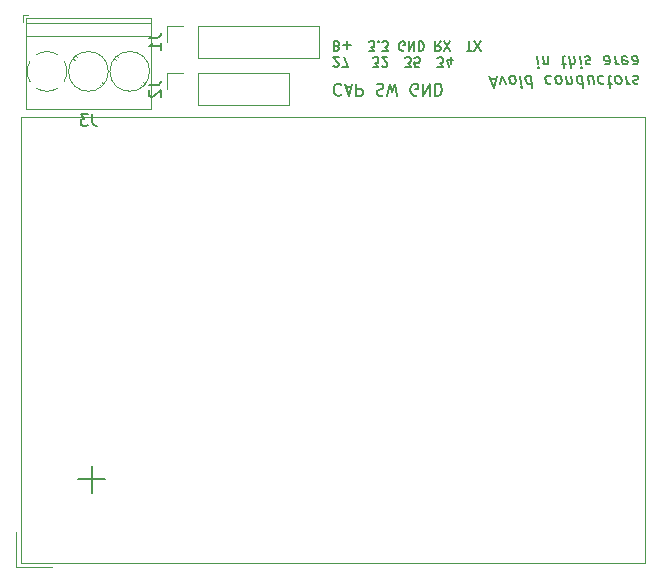
<source format=gbr>
%TF.GenerationSoftware,KiCad,Pcbnew,5.1.10*%
%TF.CreationDate,2021-06-08T01:23:06+10:00*%
%TF.ProjectId,mail-to-telegram,6d61696c-2d74-46f2-9d74-656c65677261,v1.0*%
%TF.SameCoordinates,Original*%
%TF.FileFunction,Legend,Bot*%
%TF.FilePolarity,Positive*%
%FSLAX46Y46*%
G04 Gerber Fmt 4.6, Leading zero omitted, Abs format (unit mm)*
G04 Created by KiCad (PCBNEW 5.1.10) date 2021-06-08 01:23:06*
%MOMM*%
%LPD*%
G01*
G04 APERTURE LIST*
%ADD10C,0.150000*%
%ADD11C,0.120000*%
G04 APERTURE END LIST*
D10*
X146749880Y-77536904D02*
X146787976Y-77575000D01*
X146864166Y-77613095D01*
X147054642Y-77613095D01*
X147130833Y-77575000D01*
X147168928Y-77536904D01*
X147207023Y-77460714D01*
X147207023Y-77384523D01*
X147168928Y-77270238D01*
X146711785Y-76813095D01*
X147207023Y-76813095D01*
X147473690Y-77613095D02*
X148007023Y-77613095D01*
X147664166Y-76813095D01*
X150064166Y-77613095D02*
X150559404Y-77613095D01*
X150292738Y-77308333D01*
X150407023Y-77308333D01*
X150483214Y-77270238D01*
X150521309Y-77232142D01*
X150559404Y-77155952D01*
X150559404Y-76965476D01*
X150521309Y-76889285D01*
X150483214Y-76851190D01*
X150407023Y-76813095D01*
X150178452Y-76813095D01*
X150102261Y-76851190D01*
X150064166Y-76889285D01*
X150864166Y-77536904D02*
X150902261Y-77575000D01*
X150978452Y-77613095D01*
X151168928Y-77613095D01*
X151245119Y-77575000D01*
X151283214Y-77536904D01*
X151321309Y-77460714D01*
X151321309Y-77384523D01*
X151283214Y-77270238D01*
X150826071Y-76813095D01*
X151321309Y-76813095D01*
X152807023Y-77613095D02*
X153302261Y-77613095D01*
X153035595Y-77308333D01*
X153149880Y-77308333D01*
X153226071Y-77270238D01*
X153264166Y-77232142D01*
X153302261Y-77155952D01*
X153302261Y-76965476D01*
X153264166Y-76889285D01*
X153226071Y-76851190D01*
X153149880Y-76813095D01*
X152921309Y-76813095D01*
X152845119Y-76851190D01*
X152807023Y-76889285D01*
X154026071Y-77613095D02*
X153645119Y-77613095D01*
X153607023Y-77232142D01*
X153645119Y-77270238D01*
X153721309Y-77308333D01*
X153911785Y-77308333D01*
X153987976Y-77270238D01*
X154026071Y-77232142D01*
X154064166Y-77155952D01*
X154064166Y-76965476D01*
X154026071Y-76889285D01*
X153987976Y-76851190D01*
X153911785Y-76813095D01*
X153721309Y-76813095D01*
X153645119Y-76851190D01*
X153607023Y-76889285D01*
X155549880Y-77613095D02*
X156045119Y-77613095D01*
X155778452Y-77308333D01*
X155892738Y-77308333D01*
X155968928Y-77270238D01*
X156007023Y-77232142D01*
X156045119Y-77155952D01*
X156045119Y-76965476D01*
X156007023Y-76889285D01*
X155968928Y-76851190D01*
X155892738Y-76813095D01*
X155664166Y-76813095D01*
X155587976Y-76851190D01*
X155549880Y-76889285D01*
X156730833Y-77346428D02*
X156730833Y-76813095D01*
X156540357Y-77651190D02*
X156349880Y-77079761D01*
X156845119Y-77079761D01*
X147054642Y-75882142D02*
X147168928Y-75844047D01*
X147207023Y-75805952D01*
X147245119Y-75729761D01*
X147245119Y-75615476D01*
X147207023Y-75539285D01*
X147168928Y-75501190D01*
X147092738Y-75463095D01*
X146787976Y-75463095D01*
X146787976Y-76263095D01*
X147054642Y-76263095D01*
X147130833Y-76225000D01*
X147168928Y-76186904D01*
X147207023Y-76110714D01*
X147207023Y-76034523D01*
X147168928Y-75958333D01*
X147130833Y-75920238D01*
X147054642Y-75882142D01*
X146787976Y-75882142D01*
X147587976Y-75767857D02*
X148197500Y-75767857D01*
X147892738Y-75463095D02*
X147892738Y-76072619D01*
X149721309Y-76263095D02*
X150216547Y-76263095D01*
X149949880Y-75958333D01*
X150064166Y-75958333D01*
X150140357Y-75920238D01*
X150178452Y-75882142D01*
X150216547Y-75805952D01*
X150216547Y-75615476D01*
X150178452Y-75539285D01*
X150140357Y-75501190D01*
X150064166Y-75463095D01*
X149835595Y-75463095D01*
X149759404Y-75501190D01*
X149721309Y-75539285D01*
X150559404Y-75539285D02*
X150597500Y-75501190D01*
X150559404Y-75463095D01*
X150521309Y-75501190D01*
X150559404Y-75539285D01*
X150559404Y-75463095D01*
X150864166Y-76263095D02*
X151359404Y-76263095D01*
X151092738Y-75958333D01*
X151207023Y-75958333D01*
X151283214Y-75920238D01*
X151321309Y-75882142D01*
X151359404Y-75805952D01*
X151359404Y-75615476D01*
X151321309Y-75539285D01*
X151283214Y-75501190D01*
X151207023Y-75463095D01*
X150978452Y-75463095D01*
X150902261Y-75501190D01*
X150864166Y-75539285D01*
X152730833Y-76225000D02*
X152654642Y-76263095D01*
X152540357Y-76263095D01*
X152426071Y-76225000D01*
X152349880Y-76148809D01*
X152311785Y-76072619D01*
X152273690Y-75920238D01*
X152273690Y-75805952D01*
X152311785Y-75653571D01*
X152349880Y-75577380D01*
X152426071Y-75501190D01*
X152540357Y-75463095D01*
X152616547Y-75463095D01*
X152730833Y-75501190D01*
X152768928Y-75539285D01*
X152768928Y-75805952D01*
X152616547Y-75805952D01*
X153111785Y-75463095D02*
X153111785Y-76263095D01*
X153568928Y-75463095D01*
X153568928Y-76263095D01*
X153949880Y-75463095D02*
X153949880Y-76263095D01*
X154140357Y-76263095D01*
X154254642Y-76225000D01*
X154330833Y-76148809D01*
X154368928Y-76072619D01*
X154407023Y-75920238D01*
X154407023Y-75805952D01*
X154368928Y-75653571D01*
X154330833Y-75577380D01*
X154254642Y-75501190D01*
X154140357Y-75463095D01*
X153949880Y-75463095D01*
X155816547Y-75463095D02*
X155549880Y-75844047D01*
X155359404Y-75463095D02*
X155359404Y-76263095D01*
X155664166Y-76263095D01*
X155740357Y-76225000D01*
X155778452Y-76186904D01*
X155816547Y-76110714D01*
X155816547Y-75996428D01*
X155778452Y-75920238D01*
X155740357Y-75882142D01*
X155664166Y-75844047D01*
X155359404Y-75844047D01*
X156083214Y-76263095D02*
X156616547Y-75463095D01*
X156616547Y-76263095D02*
X156083214Y-75463095D01*
X158026071Y-76263095D02*
X158483214Y-76263095D01*
X158254642Y-75463095D02*
X158254642Y-76263095D01*
X158673690Y-76263095D02*
X159207023Y-75463095D01*
X159207023Y-76263095D02*
X158673690Y-75463095D01*
X147407023Y-79142857D02*
X147359404Y-79095238D01*
X147216547Y-79047619D01*
X147121309Y-79047619D01*
X146978452Y-79095238D01*
X146883214Y-79190476D01*
X146835595Y-79285714D01*
X146787976Y-79476190D01*
X146787976Y-79619047D01*
X146835595Y-79809523D01*
X146883214Y-79904761D01*
X146978452Y-80000000D01*
X147121309Y-80047619D01*
X147216547Y-80047619D01*
X147359404Y-80000000D01*
X147407023Y-79952380D01*
X147787976Y-79333333D02*
X148264166Y-79333333D01*
X147692738Y-79047619D02*
X148026071Y-80047619D01*
X148359404Y-79047619D01*
X148692738Y-79047619D02*
X148692738Y-80047619D01*
X149073690Y-80047619D01*
X149168928Y-80000000D01*
X149216547Y-79952380D01*
X149264166Y-79857142D01*
X149264166Y-79714285D01*
X149216547Y-79619047D01*
X149168928Y-79571428D01*
X149073690Y-79523809D01*
X148692738Y-79523809D01*
X150407023Y-79095238D02*
X150549880Y-79047619D01*
X150787976Y-79047619D01*
X150883214Y-79095238D01*
X150930833Y-79142857D01*
X150978452Y-79238095D01*
X150978452Y-79333333D01*
X150930833Y-79428571D01*
X150883214Y-79476190D01*
X150787976Y-79523809D01*
X150597500Y-79571428D01*
X150502261Y-79619047D01*
X150454642Y-79666666D01*
X150407023Y-79761904D01*
X150407023Y-79857142D01*
X150454642Y-79952380D01*
X150502261Y-80000000D01*
X150597500Y-80047619D01*
X150835595Y-80047619D01*
X150978452Y-80000000D01*
X151311785Y-80047619D02*
X151549880Y-79047619D01*
X151740357Y-79761904D01*
X151930833Y-79047619D01*
X152168928Y-80047619D01*
X153835595Y-80000000D02*
X153740357Y-80047619D01*
X153597500Y-80047619D01*
X153454642Y-80000000D01*
X153359404Y-79904761D01*
X153311785Y-79809523D01*
X153264166Y-79619047D01*
X153264166Y-79476190D01*
X153311785Y-79285714D01*
X153359404Y-79190476D01*
X153454642Y-79095238D01*
X153597500Y-79047619D01*
X153692738Y-79047619D01*
X153835595Y-79095238D01*
X153883214Y-79142857D01*
X153883214Y-79476190D01*
X153692738Y-79476190D01*
X154311785Y-79047619D02*
X154311785Y-80047619D01*
X154883214Y-79047619D01*
X154883214Y-80047619D01*
X155359404Y-79047619D02*
X155359404Y-80047619D01*
X155597500Y-80047619D01*
X155740357Y-80000000D01*
X155835595Y-79904761D01*
X155883214Y-79809523D01*
X155930833Y-79619047D01*
X155930833Y-79476190D01*
X155883214Y-79285714D01*
X155835595Y-79190476D01*
X155740357Y-79095238D01*
X155597500Y-79047619D01*
X155359404Y-79047619D01*
X160018005Y-78658333D02*
X160494196Y-78658333D01*
X159887053Y-78372619D02*
X160345386Y-79372619D01*
X160553720Y-78372619D01*
X160875148Y-79039285D02*
X161029910Y-78372619D01*
X161351339Y-79039285D01*
X161791815Y-78372619D02*
X161702529Y-78420238D01*
X161660863Y-78467857D01*
X161625148Y-78563095D01*
X161660863Y-78848809D01*
X161720386Y-78944047D01*
X161773958Y-78991666D01*
X161875148Y-79039285D01*
X162018005Y-79039285D01*
X162107291Y-78991666D01*
X162148958Y-78944047D01*
X162184672Y-78848809D01*
X162148958Y-78563095D01*
X162089434Y-78467857D01*
X162035863Y-78420238D01*
X161934672Y-78372619D01*
X161791815Y-78372619D01*
X162553720Y-78372619D02*
X162637053Y-79039285D01*
X162678720Y-79372619D02*
X162625148Y-79325000D01*
X162666815Y-79277380D01*
X162720386Y-79325000D01*
X162678720Y-79372619D01*
X162666815Y-79277380D01*
X163458482Y-78372619D02*
X163583482Y-79372619D01*
X163464434Y-78420238D02*
X163363244Y-78372619D01*
X163172767Y-78372619D01*
X163083482Y-78420238D01*
X163041815Y-78467857D01*
X163006101Y-78563095D01*
X163041815Y-78848809D01*
X163101339Y-78944047D01*
X163154910Y-78991666D01*
X163256101Y-79039285D01*
X163446577Y-79039285D01*
X163535863Y-78991666D01*
X165131101Y-78420238D02*
X165029910Y-78372619D01*
X164839434Y-78372619D01*
X164750148Y-78420238D01*
X164708482Y-78467857D01*
X164672767Y-78563095D01*
X164708482Y-78848809D01*
X164768005Y-78944047D01*
X164821577Y-78991666D01*
X164922767Y-79039285D01*
X165113244Y-79039285D01*
X165202529Y-78991666D01*
X165696577Y-78372619D02*
X165607291Y-78420238D01*
X165565625Y-78467857D01*
X165529910Y-78563095D01*
X165565625Y-78848809D01*
X165625148Y-78944047D01*
X165678720Y-78991666D01*
X165779910Y-79039285D01*
X165922767Y-79039285D01*
X166012053Y-78991666D01*
X166053720Y-78944047D01*
X166089434Y-78848809D01*
X166053720Y-78563095D01*
X165994196Y-78467857D01*
X165940625Y-78420238D01*
X165839434Y-78372619D01*
X165696577Y-78372619D01*
X166541815Y-79039285D02*
X166458482Y-78372619D01*
X166529910Y-78944047D02*
X166583482Y-78991666D01*
X166684672Y-79039285D01*
X166827529Y-79039285D01*
X166916815Y-78991666D01*
X166952529Y-78896428D01*
X166887053Y-78372619D01*
X167791815Y-78372619D02*
X167916815Y-79372619D01*
X167797767Y-78420238D02*
X167696577Y-78372619D01*
X167506101Y-78372619D01*
X167416815Y-78420238D01*
X167375148Y-78467857D01*
X167339434Y-78563095D01*
X167375148Y-78848809D01*
X167434672Y-78944047D01*
X167488244Y-78991666D01*
X167589434Y-79039285D01*
X167779910Y-79039285D01*
X167869196Y-78991666D01*
X168779910Y-79039285D02*
X168696577Y-78372619D01*
X168351339Y-79039285D02*
X168285863Y-78515476D01*
X168321577Y-78420238D01*
X168410863Y-78372619D01*
X168553720Y-78372619D01*
X168654910Y-78420238D01*
X168708482Y-78467857D01*
X169607291Y-78420238D02*
X169506101Y-78372619D01*
X169315625Y-78372619D01*
X169226339Y-78420238D01*
X169184672Y-78467857D01*
X169148958Y-78563095D01*
X169184672Y-78848809D01*
X169244196Y-78944047D01*
X169297767Y-78991666D01*
X169398958Y-79039285D01*
X169589434Y-79039285D01*
X169678720Y-78991666D01*
X169970386Y-79039285D02*
X170351339Y-79039285D01*
X170154910Y-79372619D02*
X170047767Y-78515476D01*
X170083482Y-78420238D01*
X170172767Y-78372619D01*
X170268005Y-78372619D01*
X170744196Y-78372619D02*
X170654910Y-78420238D01*
X170613244Y-78467857D01*
X170577529Y-78563095D01*
X170613244Y-78848809D01*
X170672767Y-78944047D01*
X170726339Y-78991666D01*
X170827529Y-79039285D01*
X170970386Y-79039285D01*
X171059672Y-78991666D01*
X171101339Y-78944047D01*
X171137053Y-78848809D01*
X171101339Y-78563095D01*
X171041815Y-78467857D01*
X170988244Y-78420238D01*
X170887053Y-78372619D01*
X170744196Y-78372619D01*
X171506101Y-78372619D02*
X171589434Y-79039285D01*
X171565625Y-78848809D02*
X171625148Y-78944047D01*
X171678720Y-78991666D01*
X171779910Y-79039285D01*
X171875148Y-79039285D01*
X172083482Y-78420238D02*
X172172767Y-78372619D01*
X172363244Y-78372619D01*
X172464434Y-78420238D01*
X172523958Y-78515476D01*
X172529910Y-78563095D01*
X172494196Y-78658333D01*
X172404910Y-78705952D01*
X172262053Y-78705952D01*
X172172767Y-78753571D01*
X172137053Y-78848809D01*
X172143005Y-78896428D01*
X172202529Y-78991666D01*
X172303720Y-79039285D01*
X172446577Y-79039285D01*
X172535863Y-78991666D01*
X163982291Y-76722619D02*
X164065625Y-77389285D01*
X164107291Y-77722619D02*
X164053720Y-77675000D01*
X164095386Y-77627380D01*
X164148958Y-77675000D01*
X164107291Y-77722619D01*
X164095386Y-77627380D01*
X164541815Y-77389285D02*
X164458482Y-76722619D01*
X164529910Y-77294047D02*
X164583482Y-77341666D01*
X164684672Y-77389285D01*
X164827529Y-77389285D01*
X164916815Y-77341666D01*
X164952529Y-77246428D01*
X164887053Y-76722619D01*
X166065625Y-77389285D02*
X166446577Y-77389285D01*
X166250148Y-77722619D02*
X166143005Y-76865476D01*
X166178720Y-76770238D01*
X166268005Y-76722619D01*
X166363244Y-76722619D01*
X166696577Y-76722619D02*
X166821577Y-77722619D01*
X167125148Y-76722619D02*
X167190625Y-77246428D01*
X167154910Y-77341666D01*
X167065625Y-77389285D01*
X166922767Y-77389285D01*
X166821577Y-77341666D01*
X166768005Y-77294047D01*
X167601339Y-76722619D02*
X167684672Y-77389285D01*
X167726339Y-77722619D02*
X167672767Y-77675000D01*
X167714434Y-77627380D01*
X167768005Y-77675000D01*
X167726339Y-77722619D01*
X167714434Y-77627380D01*
X168035863Y-76770238D02*
X168125148Y-76722619D01*
X168315625Y-76722619D01*
X168416815Y-76770238D01*
X168476339Y-76865476D01*
X168482291Y-76913095D01*
X168446577Y-77008333D01*
X168357291Y-77055952D01*
X168214434Y-77055952D01*
X168125148Y-77103571D01*
X168089434Y-77198809D01*
X168095386Y-77246428D01*
X168154910Y-77341666D01*
X168256101Y-77389285D01*
X168398958Y-77389285D01*
X168488244Y-77341666D01*
X170077529Y-76722619D02*
X170143005Y-77246428D01*
X170107291Y-77341666D01*
X170018005Y-77389285D01*
X169827529Y-77389285D01*
X169726339Y-77341666D01*
X170083482Y-76770238D02*
X169982291Y-76722619D01*
X169744196Y-76722619D01*
X169654910Y-76770238D01*
X169619196Y-76865476D01*
X169631101Y-76960714D01*
X169690625Y-77055952D01*
X169791815Y-77103571D01*
X170029910Y-77103571D01*
X170131101Y-77151190D01*
X170553720Y-76722619D02*
X170637053Y-77389285D01*
X170613244Y-77198809D02*
X170672767Y-77294047D01*
X170726339Y-77341666D01*
X170827529Y-77389285D01*
X170922767Y-77389285D01*
X171559672Y-76770238D02*
X171458482Y-76722619D01*
X171268005Y-76722619D01*
X171178720Y-76770238D01*
X171143005Y-76865476D01*
X171190625Y-77246428D01*
X171250148Y-77341666D01*
X171351339Y-77389285D01*
X171541815Y-77389285D01*
X171631101Y-77341666D01*
X171666815Y-77246428D01*
X171654910Y-77151190D01*
X171166815Y-77055952D01*
X172458482Y-76722619D02*
X172523958Y-77246428D01*
X172488244Y-77341666D01*
X172398958Y-77389285D01*
X172208482Y-77389285D01*
X172107291Y-77341666D01*
X172464434Y-76770238D02*
X172363244Y-76722619D01*
X172125148Y-76722619D01*
X172035863Y-76770238D01*
X172000148Y-76865476D01*
X172012053Y-76960714D01*
X172071577Y-77055952D01*
X172172767Y-77103571D01*
X172410863Y-77103571D01*
X172512053Y-77151190D01*
D11*
%TO.C,BT1*%
X120290000Y-119620000D02*
X120290000Y-81880000D01*
X120290000Y-81880000D02*
X173160000Y-81880000D01*
X173160000Y-119620000D02*
X173160000Y-81880000D01*
X120290000Y-119620000D02*
X173160000Y-119620000D01*
X119910000Y-120000000D02*
X122910000Y-120000000D01*
X119910000Y-117000000D02*
X119910000Y-120000000D01*
%TO.C,J2*%
X132670000Y-78170000D02*
X132670000Y-79500000D01*
X134000000Y-78170000D02*
X132670000Y-78170000D01*
X135270000Y-78170000D02*
X135270000Y-80830000D01*
X135270000Y-80830000D02*
X142950000Y-80830000D01*
X135270000Y-78170000D02*
X142950000Y-78170000D01*
X142950000Y-78170000D02*
X142950000Y-80830000D01*
%TO.C,J1*%
X132670000Y-74170000D02*
X132670000Y-75500000D01*
X134000000Y-74170000D02*
X132670000Y-74170000D01*
X135270000Y-74170000D02*
X135270000Y-76830000D01*
X135270000Y-76830000D02*
X145490000Y-76830000D01*
X135270000Y-74170000D02*
X145490000Y-74170000D01*
X145490000Y-74170000D02*
X145490000Y-76830000D01*
%TO.C,J3*%
X120450000Y-73200000D02*
X120850000Y-73200000D01*
X120450000Y-73840000D02*
X120450000Y-73200000D01*
X128355000Y-77059000D02*
X128226000Y-76931000D01*
X130570000Y-79275000D02*
X130476000Y-79181000D01*
X128525000Y-76819000D02*
X128431000Y-76726000D01*
X130775000Y-79069000D02*
X130646000Y-78941000D01*
X124855000Y-77059000D02*
X124726000Y-76931000D01*
X127070000Y-79275000D02*
X126976000Y-79181000D01*
X125025000Y-76819000D02*
X124931000Y-76726000D01*
X127275000Y-79069000D02*
X127146000Y-78941000D01*
X131310000Y-81160000D02*
X131310000Y-73440000D01*
X120690000Y-81160000D02*
X120690000Y-73440000D01*
X120690000Y-73440000D02*
X131310000Y-73440000D01*
X120690000Y-81160000D02*
X131310000Y-81160000D01*
X120690000Y-75000000D02*
X131310000Y-75000000D01*
X120690000Y-73900000D02*
X131310000Y-73900000D01*
X131180000Y-78000000D02*
G75*
G03*
X131180000Y-78000000I-1680000J0D01*
G01*
X127680000Y-78000000D02*
G75*
G03*
X127680000Y-78000000I-1680000J0D01*
G01*
X122528674Y-76319901D02*
G75*
G03*
X121634000Y-76560000I-28674J-1680099D01*
G01*
X121074642Y-77110106D02*
G75*
G03*
X121060000Y-78866000I1425358J-889894D01*
G01*
X121610106Y-79425358D02*
G75*
G03*
X123366000Y-79440000I889894J1425358D01*
G01*
X123925505Y-78890193D02*
G75*
G03*
X123925000Y-77109000I-1425505J890193D01*
G01*
X123390264Y-76575279D02*
G75*
G03*
X122500000Y-76320000I-890264J-1424721D01*
G01*
%TO.C,BT1*%
D10*
X127442857Y-112514285D02*
X125157142Y-112514285D01*
X126300000Y-113657142D02*
X126300000Y-111371428D01*
%TO.C,J2*%
X131122380Y-79166666D02*
X131836666Y-79166666D01*
X131979523Y-79119047D01*
X132074761Y-79023809D01*
X132122380Y-78880952D01*
X132122380Y-78785714D01*
X131217619Y-79595238D02*
X131170000Y-79642857D01*
X131122380Y-79738095D01*
X131122380Y-79976190D01*
X131170000Y-80071428D01*
X131217619Y-80119047D01*
X131312857Y-80166666D01*
X131408095Y-80166666D01*
X131550952Y-80119047D01*
X132122380Y-79547619D01*
X132122380Y-80166666D01*
%TO.C,J1*%
X131122380Y-75166666D02*
X131836666Y-75166666D01*
X131979523Y-75119047D01*
X132074761Y-75023809D01*
X132122380Y-74880952D01*
X132122380Y-74785714D01*
X132122380Y-76166666D02*
X132122380Y-75595238D01*
X132122380Y-75880952D02*
X131122380Y-75880952D01*
X131265238Y-75785714D01*
X131360476Y-75690476D01*
X131408095Y-75595238D01*
%TO.C,J3*%
X126333333Y-81612380D02*
X126333333Y-82326666D01*
X126380952Y-82469523D01*
X126476190Y-82564761D01*
X126619047Y-82612380D01*
X126714285Y-82612380D01*
X125952380Y-81612380D02*
X125333333Y-81612380D01*
X125666666Y-81993333D01*
X125523809Y-81993333D01*
X125428571Y-82040952D01*
X125380952Y-82088571D01*
X125333333Y-82183809D01*
X125333333Y-82421904D01*
X125380952Y-82517142D01*
X125428571Y-82564761D01*
X125523809Y-82612380D01*
X125809523Y-82612380D01*
X125904761Y-82564761D01*
X125952380Y-82517142D01*
%TD*%
M02*

</source>
